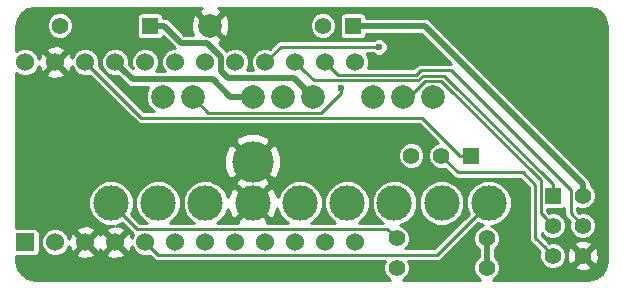
<source format=gbr>
G04 #@! TF.FileFunction,Copper,L1,Top,Signal*
%FSLAX46Y46*%
G04 Gerber Fmt 4.6, Leading zero omitted, Abs format (unit mm)*
G04 Created by KiCad (PCBNEW 4.0.1-stable) date 2017/09/04 6:08:59*
%MOMM*%
G01*
G04 APERTURE LIST*
%ADD10C,0.100000*%
%ADD11C,0.700000*%
%ADD12R,1.397000X1.397000*%
%ADD13C,1.397000*%
%ADD14R,1.524000X1.524000*%
%ADD15C,1.524000*%
%ADD16C,2.000000*%
%ADD17C,3.000000*%
%ADD18C,3.500000*%
%ADD19C,0.600000*%
%ADD20C,0.500000*%
%ADD21C,0.250000*%
%ADD22C,0.254000*%
G04 APERTURE END LIST*
D10*
D11*
X206300000Y-118100000D03*
X180700000Y-126300000D03*
X180700000Y-105300000D03*
X180700000Y-111300000D03*
X180700000Y-115900000D03*
X180700000Y-120900000D03*
X185300000Y-120900000D03*
X185300000Y-111300000D03*
X185300000Y-115900000D03*
X190300000Y-115900000D03*
X214900000Y-104500000D03*
X228300000Y-117100000D03*
X228300000Y-111700000D03*
X193700000Y-114300000D03*
X228300000Y-104700000D03*
X218300000Y-124900000D03*
X213900000Y-122700000D03*
X210500000Y-126300000D03*
X211300000Y-118100000D03*
D12*
X218500000Y-116500000D03*
D13*
X215960000Y-116500000D03*
X213420000Y-116500000D03*
D12*
X225420000Y-119880000D03*
D13*
X227960000Y-119880000D03*
X225420000Y-122420000D03*
X227960000Y-122420000D03*
X225420000Y-124960000D03*
X227960000Y-124960000D03*
D12*
X208500000Y-105500000D03*
D13*
X205960000Y-105500000D03*
D14*
X180770000Y-123820000D03*
D15*
X183310000Y-123820000D03*
X185850000Y-123820000D03*
X188390000Y-123820000D03*
X190930000Y-123820000D03*
X193470000Y-123820000D03*
X196010000Y-123820000D03*
X198550000Y-123820000D03*
X201090000Y-123820000D03*
X203630000Y-123820000D03*
X206170000Y-123820000D03*
X208710000Y-123820000D03*
X208710000Y-108580000D03*
X206170000Y-108580000D03*
X203630000Y-108580000D03*
X201090000Y-108580000D03*
X198550000Y-108580000D03*
X196010000Y-108580000D03*
X193470000Y-108580000D03*
X190930000Y-108580000D03*
X188390000Y-108580000D03*
X185850000Y-108580000D03*
X183310000Y-108580000D03*
X180770000Y-108580000D03*
D16*
X215240000Y-111500000D03*
X212700000Y-111500000D03*
X210160000Y-111500000D03*
X205080000Y-111500000D03*
X202540000Y-111500000D03*
X200000000Y-111500000D03*
X194920000Y-111500000D03*
X192380000Y-111500000D03*
D17*
X200000000Y-120500000D03*
D18*
X200000000Y-117000000D03*
D17*
X204000000Y-120500000D03*
X208000000Y-120500000D03*
X212000000Y-120500000D03*
X216000000Y-120500000D03*
X220000000Y-120500000D03*
X196000000Y-120500000D03*
X192000000Y-120500000D03*
X188000000Y-120500000D03*
D16*
X196400000Y-105500000D03*
D13*
X212190000Y-123500000D03*
X219810000Y-123500000D03*
X212190000Y-126000000D03*
X219810000Y-126000000D03*
D12*
X191310000Y-105500000D03*
D13*
X183690000Y-105500000D03*
D11*
X190300000Y-111300000D03*
D19*
X210700000Y-107300000D03*
X207500000Y-110750000D03*
D20*
X200000000Y-111500000D02*
X198100000Y-111500000D01*
X198100000Y-111500000D02*
X196649999Y-110049999D01*
X196649999Y-110049999D02*
X189859999Y-110049999D01*
X189859999Y-110049999D02*
X189151999Y-109341999D01*
X189151999Y-109341999D02*
X188390000Y-108580000D01*
X227960000Y-119880000D02*
X227960000Y-118892172D01*
X227960000Y-118892172D02*
X214567828Y-105500000D01*
X214567828Y-105500000D02*
X209698500Y-105500000D01*
X209698500Y-105500000D02*
X208500000Y-105500000D01*
X219810000Y-123500000D02*
X219810000Y-126000000D01*
X200270000Y-117270000D02*
X200000000Y-117000000D01*
X205080000Y-111500000D02*
X204080001Y-110500001D01*
X204080001Y-110500001D02*
X204080001Y-110480001D01*
X204080001Y-110480001D02*
X203500000Y-109900000D01*
X203500000Y-109900000D02*
X197900000Y-109900000D01*
X197337999Y-108137999D02*
X196150001Y-106950001D01*
X197900000Y-109900000D02*
X197337999Y-109337999D01*
X197337999Y-109337999D02*
X197337999Y-108137999D01*
X196150001Y-106950001D02*
X193958501Y-106950001D01*
X193958501Y-106950001D02*
X192508500Y-105500000D01*
X192508500Y-105500000D02*
X191310000Y-105500000D01*
D21*
X218500000Y-116500000D02*
X217551500Y-116500000D01*
X217551500Y-116500000D02*
X214351500Y-113300000D01*
X186611999Y-109341999D02*
X185850000Y-108580000D01*
X214351500Y-113300000D02*
X190570000Y-113300000D01*
X190570000Y-113300000D02*
X186611999Y-109341999D01*
X190930000Y-123820000D02*
X192017001Y-124907001D01*
X192017001Y-124907001D02*
X215592999Y-124907001D01*
X215592999Y-124907001D02*
X218500001Y-121999999D01*
X218500001Y-121999999D02*
X220000000Y-120500000D01*
X210275736Y-107300000D02*
X210700000Y-107300000D01*
X202370000Y-107300000D02*
X210275736Y-107300000D01*
X201090000Y-108580000D02*
X202370000Y-107300000D01*
X224396499Y-121396499D02*
X224721501Y-121721501D01*
X215974999Y-110174999D02*
X224396499Y-118596499D01*
X224721501Y-121721501D02*
X225420000Y-122420000D01*
X214603999Y-110174999D02*
X215974999Y-110174999D01*
X213278998Y-111500000D02*
X214603999Y-110174999D01*
X212700000Y-111500000D02*
X213278998Y-111500000D01*
X224396499Y-118596499D02*
X224396499Y-121396499D01*
X207500000Y-111174264D02*
X207500000Y-110750000D01*
X205824275Y-112849989D02*
X207500000Y-111174264D01*
X196269989Y-112849989D02*
X205824275Y-112849989D01*
X194920000Y-111500000D02*
X196269989Y-112849989D01*
X227960000Y-122420000D02*
X226936499Y-121396499D01*
X226936499Y-121396499D02*
X226936499Y-119414497D01*
X226936499Y-119414497D02*
X216796979Y-109274977D01*
X216796979Y-109274977D02*
X214231199Y-109274977D01*
X214231199Y-109274977D02*
X213839175Y-109667001D01*
X213839175Y-109667001D02*
X207257001Y-109667001D01*
X207257001Y-109667001D02*
X206170000Y-108580000D01*
X193150000Y-120500000D02*
X192000000Y-120500000D01*
X225420000Y-119880000D02*
X225420000Y-118931500D01*
X225420000Y-118931500D02*
X216213488Y-109724988D01*
X216213488Y-109724988D02*
X214417599Y-109724988D01*
X214417599Y-109724988D02*
X214025576Y-110117012D01*
X214025576Y-110117012D02*
X205167012Y-110117012D01*
X205167012Y-110117012D02*
X204391999Y-109341999D01*
X204391999Y-109341999D02*
X203630000Y-108580000D01*
X212190000Y-123500000D02*
X211422999Y-122732999D01*
X211422999Y-122732999D02*
X190232999Y-122732999D01*
X190232999Y-122732999D02*
X189499999Y-121999999D01*
X189499999Y-121999999D02*
X188000000Y-120500000D01*
X212190000Y-123500000D02*
X211902397Y-123500000D01*
X217360000Y-117900000D02*
X222900000Y-117900000D01*
X224721501Y-124261501D02*
X225420000Y-124960000D01*
X222900000Y-117900000D02*
X223946488Y-118946488D01*
X223946488Y-118946488D02*
X223946488Y-123486488D01*
X215960000Y-116500000D02*
X217360000Y-117900000D01*
X223946488Y-123486488D02*
X224721501Y-124261501D01*
D22*
G36*
X195525736Y-104080613D02*
X195427073Y-104347468D01*
X196400000Y-105320395D01*
X197372927Y-104347468D01*
X197274264Y-104080613D01*
X197062662Y-104002000D01*
X228450559Y-104002000D01*
X229069496Y-104125115D01*
X229552292Y-104447708D01*
X229874886Y-104930504D01*
X229998000Y-105549441D01*
X229998000Y-125450559D01*
X229874886Y-126069496D01*
X229552292Y-126552292D01*
X229069496Y-126874885D01*
X228450559Y-126998000D01*
X220341940Y-126998000D01*
X220446712Y-126954709D01*
X220763596Y-126638377D01*
X220935304Y-126224858D01*
X220935695Y-125777106D01*
X220764709Y-125363288D01*
X220487000Y-125085094D01*
X220487000Y-124414491D01*
X220763596Y-124138377D01*
X220935304Y-123724858D01*
X220935695Y-123277106D01*
X220764709Y-122863288D01*
X220448377Y-122546404D01*
X220161161Y-122427142D01*
X220381622Y-122427334D01*
X221090132Y-122134584D01*
X221632678Y-121592983D01*
X221926665Y-120884986D01*
X221927334Y-120118378D01*
X221634584Y-119409868D01*
X221092983Y-118867322D01*
X220384986Y-118573335D01*
X219618378Y-118572666D01*
X218909868Y-118865416D01*
X218367322Y-119407017D01*
X218073335Y-120115014D01*
X218072666Y-120881622D01*
X218296357Y-121422997D01*
X215364353Y-124355001D01*
X212926594Y-124355001D01*
X213143596Y-124138377D01*
X213315304Y-123724858D01*
X213315695Y-123277106D01*
X213144709Y-122863288D01*
X212828377Y-122546404D01*
X212461821Y-122394197D01*
X213090132Y-122134584D01*
X213632678Y-121592983D01*
X213926665Y-120884986D01*
X213926667Y-120881622D01*
X214072666Y-120881622D01*
X214365416Y-121590132D01*
X214907017Y-122132678D01*
X215615014Y-122426665D01*
X216381622Y-122427334D01*
X217090132Y-122134584D01*
X217632678Y-121592983D01*
X217926665Y-120884986D01*
X217927334Y-120118378D01*
X217634584Y-119409868D01*
X217092983Y-118867322D01*
X216384986Y-118573335D01*
X215618378Y-118572666D01*
X214909868Y-118865416D01*
X214367322Y-119407017D01*
X214073335Y-120115014D01*
X214072666Y-120881622D01*
X213926667Y-120881622D01*
X213927334Y-120118378D01*
X213634584Y-119409868D01*
X213092983Y-118867322D01*
X212384986Y-118573335D01*
X211618378Y-118572666D01*
X210909868Y-118865416D01*
X210367322Y-119407017D01*
X210073335Y-120115014D01*
X210072666Y-120881622D01*
X210365416Y-121590132D01*
X210907017Y-122132678D01*
X211023387Y-122180999D01*
X208977799Y-122180999D01*
X209090132Y-122134584D01*
X209632678Y-121592983D01*
X209926665Y-120884986D01*
X209927334Y-120118378D01*
X209634584Y-119409868D01*
X209092983Y-118867322D01*
X208384986Y-118573335D01*
X207618378Y-118572666D01*
X206909868Y-118865416D01*
X206367322Y-119407017D01*
X206073335Y-120115014D01*
X206072666Y-120881622D01*
X206365416Y-121590132D01*
X206907017Y-122132678D01*
X207023387Y-122180999D01*
X204977799Y-122180999D01*
X205090132Y-122134584D01*
X205632678Y-121592983D01*
X205926665Y-120884986D01*
X205927334Y-120118378D01*
X205634584Y-119409868D01*
X205092983Y-118867322D01*
X204384986Y-118573335D01*
X203618378Y-118572666D01*
X202909868Y-118865416D01*
X202367322Y-119407017D01*
X202116621Y-120010770D01*
X201832739Y-119325418D01*
X201513970Y-119165635D01*
X200179605Y-120500000D01*
X201513970Y-121834365D01*
X201832739Y-121674582D01*
X202109057Y-120969695D01*
X202365416Y-121590132D01*
X202907017Y-122132678D01*
X203023387Y-122180999D01*
X201250642Y-122180999D01*
X201334365Y-122013970D01*
X200000000Y-120679605D01*
X198665635Y-122013970D01*
X198749358Y-122180999D01*
X196977799Y-122180999D01*
X197090132Y-122134584D01*
X197632678Y-121592983D01*
X197883379Y-120989230D01*
X198167261Y-121674582D01*
X198486030Y-121834365D01*
X199820395Y-120500000D01*
X198486030Y-119165635D01*
X198167261Y-119325418D01*
X197890943Y-120030305D01*
X197634584Y-119409868D01*
X197092983Y-118867322D01*
X196676851Y-118694528D01*
X198485077Y-118694528D01*
X198675364Y-119039271D01*
X198747774Y-119068169D01*
X200000000Y-120320395D01*
X201250356Y-119070039D01*
X201324636Y-119039271D01*
X201514923Y-118694528D01*
X200000000Y-117179605D01*
X198485077Y-118694528D01*
X196676851Y-118694528D01*
X196384986Y-118573335D01*
X195618378Y-118572666D01*
X194909868Y-118865416D01*
X194367322Y-119407017D01*
X194073335Y-120115014D01*
X194072666Y-120881622D01*
X194365416Y-121590132D01*
X194907017Y-122132678D01*
X195023387Y-122180999D01*
X192977799Y-122180999D01*
X193090132Y-122134584D01*
X193632678Y-121592983D01*
X193926665Y-120884986D01*
X193927334Y-120118378D01*
X193634584Y-119409868D01*
X193092983Y-118867322D01*
X192384986Y-118573335D01*
X191618378Y-118572666D01*
X190909868Y-118865416D01*
X190367322Y-119407017D01*
X190073335Y-120115014D01*
X190072666Y-120881622D01*
X190365416Y-121590132D01*
X190907017Y-122132678D01*
X191023387Y-122180999D01*
X190461645Y-122180999D01*
X189703374Y-121422728D01*
X189926665Y-120884986D01*
X189927334Y-120118378D01*
X189634584Y-119409868D01*
X189092983Y-118867322D01*
X188384986Y-118573335D01*
X187618378Y-118572666D01*
X186909868Y-118865416D01*
X186367322Y-119407017D01*
X186073335Y-120115014D01*
X186072666Y-120881622D01*
X186365416Y-121590132D01*
X186907017Y-122132678D01*
X187615014Y-122426665D01*
X188270417Y-122427237D01*
X188042632Y-122438638D01*
X187658857Y-122597603D01*
X187589392Y-122839787D01*
X188390000Y-123640395D01*
X189190608Y-122839787D01*
X189121143Y-122597603D01*
X188597698Y-122410856D01*
X188397217Y-122420890D01*
X188922997Y-122203643D01*
X189842676Y-123123322D01*
X189912487Y-123169968D01*
X189773024Y-123505833D01*
X189771362Y-123472632D01*
X189612397Y-123088857D01*
X189370213Y-123019392D01*
X188569605Y-123820000D01*
X189370213Y-124620608D01*
X189612397Y-124551143D01*
X189766790Y-124118385D01*
X189921427Y-124492635D01*
X190255606Y-124827397D01*
X190692456Y-125008793D01*
X191165469Y-125009206D01*
X191287951Y-124958597D01*
X191626678Y-125297324D01*
X191805760Y-125416983D01*
X192017001Y-125459001D01*
X211195969Y-125459001D01*
X211064696Y-125775142D01*
X211064305Y-126222894D01*
X211235291Y-126636712D01*
X211551623Y-126953596D01*
X211658560Y-126998000D01*
X181549441Y-126998000D01*
X180930504Y-126874886D01*
X180447708Y-126552292D01*
X180125115Y-126069496D01*
X180002000Y-125450559D01*
X180002000Y-125016150D01*
X180008000Y-125017365D01*
X181532000Y-125017365D01*
X181690237Y-124987591D01*
X181835567Y-124894073D01*
X181933064Y-124751381D01*
X181967365Y-124582000D01*
X181967365Y-124055469D01*
X182120794Y-124055469D01*
X182301427Y-124492635D01*
X182635606Y-124827397D01*
X183072456Y-125008793D01*
X183545469Y-125009206D01*
X183982635Y-124828573D01*
X184011044Y-124800213D01*
X185049392Y-124800213D01*
X185118857Y-125042397D01*
X185642302Y-125229144D01*
X186197368Y-125201362D01*
X186581143Y-125042397D01*
X186650608Y-124800213D01*
X187589392Y-124800213D01*
X187658857Y-125042397D01*
X188182302Y-125229144D01*
X188737368Y-125201362D01*
X189121143Y-125042397D01*
X189190608Y-124800213D01*
X188390000Y-123999605D01*
X187589392Y-124800213D01*
X186650608Y-124800213D01*
X185850000Y-123999605D01*
X185049392Y-124800213D01*
X184011044Y-124800213D01*
X184317397Y-124494394D01*
X184466976Y-124134167D01*
X184468638Y-124167368D01*
X184627603Y-124551143D01*
X184869787Y-124620608D01*
X185670395Y-123820000D01*
X186029605Y-123820000D01*
X186830213Y-124620608D01*
X187072397Y-124551143D01*
X187116453Y-124427656D01*
X187167603Y-124551143D01*
X187409787Y-124620608D01*
X188210395Y-123820000D01*
X187409787Y-123019392D01*
X187167603Y-123088857D01*
X187123547Y-123212344D01*
X187072397Y-123088857D01*
X186830213Y-123019392D01*
X186029605Y-123820000D01*
X185670395Y-123820000D01*
X184869787Y-123019392D01*
X184627603Y-123088857D01*
X184473210Y-123521615D01*
X184318573Y-123147365D01*
X184011531Y-122839787D01*
X185049392Y-122839787D01*
X185850000Y-123640395D01*
X186650608Y-122839787D01*
X186581143Y-122597603D01*
X186057698Y-122410856D01*
X185502632Y-122438638D01*
X185118857Y-122597603D01*
X185049392Y-122839787D01*
X184011531Y-122839787D01*
X183984394Y-122812603D01*
X183547544Y-122631207D01*
X183074531Y-122630794D01*
X182637365Y-122811427D01*
X182302603Y-123145606D01*
X182121207Y-123582456D01*
X182120794Y-124055469D01*
X181967365Y-124055469D01*
X181967365Y-123058000D01*
X181937591Y-122899763D01*
X181844073Y-122754433D01*
X181701381Y-122656936D01*
X181532000Y-122622635D01*
X180008000Y-122622635D01*
X180002000Y-122623764D01*
X180002000Y-116556591D01*
X197609044Y-116556591D01*
X197621359Y-117505323D01*
X197960729Y-118324636D01*
X198305472Y-118514923D01*
X199820395Y-117000000D01*
X200179605Y-117000000D01*
X201694528Y-118514923D01*
X202039271Y-118324636D01*
X202390956Y-117443409D01*
X202381604Y-116722894D01*
X212294305Y-116722894D01*
X212465291Y-117136712D01*
X212781623Y-117453596D01*
X213195142Y-117625304D01*
X213642894Y-117625695D01*
X214056712Y-117454709D01*
X214373596Y-117138377D01*
X214545304Y-116724858D01*
X214545695Y-116277106D01*
X214374709Y-115863288D01*
X214058377Y-115546404D01*
X213644858Y-115374696D01*
X213197106Y-115374305D01*
X212783288Y-115545291D01*
X212466404Y-115861623D01*
X212294696Y-116275142D01*
X212294305Y-116722894D01*
X202381604Y-116722894D01*
X202378641Y-116494677D01*
X202039271Y-115675364D01*
X201694528Y-115485077D01*
X200179605Y-117000000D01*
X199820395Y-117000000D01*
X198305472Y-115485077D01*
X197960729Y-115675364D01*
X197609044Y-116556591D01*
X180002000Y-116556591D01*
X180002000Y-115305472D01*
X198485077Y-115305472D01*
X200000000Y-116820395D01*
X201514923Y-115305472D01*
X201324636Y-114960729D01*
X200443409Y-114609044D01*
X199494677Y-114621359D01*
X198675364Y-114960729D01*
X198485077Y-115305472D01*
X180002000Y-115305472D01*
X180002000Y-109493628D01*
X180095606Y-109587397D01*
X180532456Y-109768793D01*
X181005469Y-109769206D01*
X181442635Y-109588573D01*
X181471044Y-109560213D01*
X182509392Y-109560213D01*
X182578857Y-109802397D01*
X183102302Y-109989144D01*
X183657368Y-109961362D01*
X184041143Y-109802397D01*
X184110608Y-109560213D01*
X183310000Y-108759605D01*
X182509392Y-109560213D01*
X181471044Y-109560213D01*
X181777397Y-109254394D01*
X181926976Y-108894167D01*
X181928638Y-108927368D01*
X182087603Y-109311143D01*
X182329787Y-109380608D01*
X183130395Y-108580000D01*
X183489605Y-108580000D01*
X184290213Y-109380608D01*
X184532397Y-109311143D01*
X184686790Y-108878385D01*
X184841427Y-109252635D01*
X185175606Y-109587397D01*
X185612456Y-109768793D01*
X186085469Y-109769206D01*
X186207951Y-109718597D01*
X190179677Y-113690323D01*
X190358758Y-113809982D01*
X190570000Y-113852000D01*
X214122854Y-113852000D01*
X215672043Y-115401189D01*
X215323288Y-115545291D01*
X215006404Y-115861623D01*
X214834696Y-116275142D01*
X214834305Y-116722894D01*
X215005291Y-117136712D01*
X215321623Y-117453596D01*
X215735142Y-117625304D01*
X216182894Y-117625695D01*
X216269333Y-117589979D01*
X216969677Y-118290323D01*
X217148758Y-118409982D01*
X217360000Y-118452000D01*
X222671354Y-118452000D01*
X223394488Y-119175134D01*
X223394488Y-123486488D01*
X223436506Y-123697730D01*
X223556165Y-123876811D01*
X224329846Y-124650492D01*
X224294696Y-124735142D01*
X224294305Y-125182894D01*
X224465291Y-125596712D01*
X224781623Y-125913596D01*
X225195142Y-126085304D01*
X225642894Y-126085695D01*
X226056712Y-125914709D01*
X226077268Y-125894188D01*
X227205417Y-125894188D01*
X227267071Y-126129800D01*
X227767480Y-126305927D01*
X228297199Y-126277148D01*
X228652929Y-126129800D01*
X228714583Y-125894188D01*
X227960000Y-125139605D01*
X227205417Y-125894188D01*
X226077268Y-125894188D01*
X226373596Y-125598377D01*
X226545304Y-125184858D01*
X226545668Y-124767480D01*
X226614073Y-124767480D01*
X226642852Y-125297199D01*
X226790200Y-125652929D01*
X227025812Y-125714583D01*
X227780395Y-124960000D01*
X228139605Y-124960000D01*
X228894188Y-125714583D01*
X229129800Y-125652929D01*
X229305927Y-125152520D01*
X229277148Y-124622801D01*
X229129800Y-124267071D01*
X228894188Y-124205417D01*
X228139605Y-124960000D01*
X227780395Y-124960000D01*
X227025812Y-124205417D01*
X226790200Y-124267071D01*
X226614073Y-124767480D01*
X226545668Y-124767480D01*
X226545695Y-124737106D01*
X226374709Y-124323288D01*
X226077752Y-124025812D01*
X227205417Y-124025812D01*
X227960000Y-124780395D01*
X228714583Y-124025812D01*
X228652929Y-123790200D01*
X228152520Y-123614073D01*
X227622801Y-123642852D01*
X227267071Y-123790200D01*
X227205417Y-124025812D01*
X226077752Y-124025812D01*
X226058377Y-124006404D01*
X225644858Y-123834696D01*
X225197106Y-123834305D01*
X225110667Y-123870021D01*
X224498488Y-123257842D01*
X224498488Y-123089967D01*
X224781623Y-123373596D01*
X225195142Y-123545304D01*
X225642894Y-123545695D01*
X226056712Y-123374709D01*
X226373596Y-123058377D01*
X226545304Y-122644858D01*
X226545695Y-122197106D01*
X226374709Y-121783288D01*
X226058377Y-121466404D01*
X225644858Y-121294696D01*
X225197106Y-121294305D01*
X225110667Y-121330021D01*
X224948499Y-121167853D01*
X224948499Y-121013865D01*
X226118500Y-121013865D01*
X226276737Y-120984091D01*
X226384499Y-120914748D01*
X226384499Y-121396499D01*
X226426517Y-121607741D01*
X226546176Y-121786822D01*
X226869846Y-122110492D01*
X226834696Y-122195142D01*
X226834305Y-122642894D01*
X227005291Y-123056712D01*
X227321623Y-123373596D01*
X227735142Y-123545304D01*
X228182894Y-123545695D01*
X228596712Y-123374709D01*
X228913596Y-123058377D01*
X229085304Y-122644858D01*
X229085695Y-122197106D01*
X228914709Y-121783288D01*
X228598377Y-121466404D01*
X228184858Y-121294696D01*
X227737106Y-121294305D01*
X227650667Y-121330021D01*
X227488499Y-121167853D01*
X227488499Y-120902889D01*
X227735142Y-121005304D01*
X228182894Y-121005695D01*
X228596712Y-120834709D01*
X228913596Y-120518377D01*
X229085304Y-120104858D01*
X229085695Y-119657106D01*
X228914709Y-119243288D01*
X228637000Y-118965094D01*
X228637000Y-118892172D01*
X228585466Y-118633095D01*
X228438711Y-118413461D01*
X215046539Y-105021289D01*
X215034925Y-105013529D01*
X214826905Y-104874534D01*
X214567828Y-104823000D01*
X209633865Y-104823000D01*
X209633865Y-104801500D01*
X209604091Y-104643263D01*
X209510573Y-104497933D01*
X209367881Y-104400436D01*
X209198500Y-104366135D01*
X207801500Y-104366135D01*
X207643263Y-104395909D01*
X207497933Y-104489427D01*
X207400436Y-104632119D01*
X207366135Y-104801500D01*
X207366135Y-106198500D01*
X207395909Y-106356737D01*
X207489427Y-106502067D01*
X207632119Y-106599564D01*
X207801500Y-106633865D01*
X209198500Y-106633865D01*
X209356737Y-106604091D01*
X209502067Y-106510573D01*
X209599564Y-106367881D01*
X209633865Y-106198500D01*
X209633865Y-106177000D01*
X214287406Y-106177000D01*
X216842422Y-108732016D01*
X216796979Y-108722977D01*
X214231199Y-108722977D01*
X214019957Y-108764995D01*
X213840876Y-108884654D01*
X213610529Y-109115001D01*
X209775278Y-109115001D01*
X209898793Y-108817544D01*
X209899206Y-108344531D01*
X209718573Y-107907365D01*
X209663304Y-107852000D01*
X210223800Y-107852000D01*
X210287650Y-107915961D01*
X210554756Y-108026874D01*
X210843975Y-108027126D01*
X211111275Y-107916680D01*
X211315961Y-107712350D01*
X211426874Y-107445244D01*
X211427126Y-107156025D01*
X211316680Y-106888725D01*
X211112350Y-106684039D01*
X210845244Y-106573126D01*
X210556025Y-106572874D01*
X210288725Y-106683320D01*
X210223932Y-106748000D01*
X202370000Y-106748000D01*
X202158759Y-106790018D01*
X202158757Y-106790019D01*
X202158758Y-106790019D01*
X201979677Y-106909677D01*
X201448091Y-107441263D01*
X201327544Y-107391207D01*
X200854531Y-107390794D01*
X200417365Y-107571427D01*
X200082603Y-107905606D01*
X199901207Y-108342456D01*
X199900794Y-108815469D01*
X200069182Y-109223000D01*
X199570433Y-109223000D01*
X199738793Y-108817544D01*
X199739206Y-108344531D01*
X199558573Y-107907365D01*
X199224394Y-107572603D01*
X198787544Y-107391207D01*
X198314531Y-107390794D01*
X197877365Y-107571427D01*
X197803042Y-107645620D01*
X197134642Y-106977220D01*
X197274264Y-106919387D01*
X197372927Y-106652532D01*
X196400000Y-105679605D01*
X196385858Y-105693748D01*
X196206253Y-105514143D01*
X196220395Y-105500000D01*
X196579605Y-105500000D01*
X197552532Y-106472927D01*
X197819387Y-106374264D01*
X198045908Y-105764539D01*
X198044368Y-105722894D01*
X204834305Y-105722894D01*
X205005291Y-106136712D01*
X205321623Y-106453596D01*
X205735142Y-106625304D01*
X206182894Y-106625695D01*
X206596712Y-106454709D01*
X206913596Y-106138377D01*
X207085304Y-105724858D01*
X207085695Y-105277106D01*
X206914709Y-104863288D01*
X206598377Y-104546404D01*
X206184858Y-104374696D01*
X205737106Y-104374305D01*
X205323288Y-104545291D01*
X205006404Y-104861623D01*
X204834696Y-105275142D01*
X204834305Y-105722894D01*
X198044368Y-105722894D01*
X198021856Y-105114540D01*
X197819387Y-104625736D01*
X197552532Y-104527073D01*
X196579605Y-105500000D01*
X196220395Y-105500000D01*
X195247468Y-104527073D01*
X194980613Y-104625736D01*
X194754092Y-105235461D01*
X194778144Y-105885460D01*
X194938669Y-106273001D01*
X194238923Y-106273001D01*
X192987211Y-105021289D01*
X192975597Y-105013529D01*
X192767577Y-104874534D01*
X192508500Y-104823000D01*
X192443865Y-104823000D01*
X192443865Y-104801500D01*
X192414091Y-104643263D01*
X192320573Y-104497933D01*
X192177881Y-104400436D01*
X192008500Y-104366135D01*
X190611500Y-104366135D01*
X190453263Y-104395909D01*
X190307933Y-104489427D01*
X190210436Y-104632119D01*
X190176135Y-104801500D01*
X190176135Y-106198500D01*
X190205909Y-106356737D01*
X190299427Y-106502067D01*
X190442119Y-106599564D01*
X190611500Y-106633865D01*
X192008500Y-106633865D01*
X192166737Y-106604091D01*
X192312067Y-106510573D01*
X192409564Y-106367881D01*
X192411146Y-106360068D01*
X193442053Y-107390975D01*
X193234531Y-107390794D01*
X192797365Y-107571427D01*
X192462603Y-107905606D01*
X192281207Y-108342456D01*
X192280794Y-108815469D01*
X192461427Y-109252635D01*
X192581581Y-109372999D01*
X191818585Y-109372999D01*
X191937397Y-109254394D01*
X192118793Y-108817544D01*
X192119206Y-108344531D01*
X191938573Y-107907365D01*
X191604394Y-107572603D01*
X191167544Y-107391207D01*
X190694531Y-107390794D01*
X190257365Y-107571427D01*
X189922603Y-107905606D01*
X189741207Y-108342456D01*
X189740794Y-108815469D01*
X189851978Y-109084556D01*
X189630712Y-108863290D01*
X189630710Y-108863287D01*
X189578798Y-108811375D01*
X189579206Y-108344531D01*
X189398573Y-107907365D01*
X189064394Y-107572603D01*
X188627544Y-107391207D01*
X188154531Y-107390794D01*
X187717365Y-107571427D01*
X187382603Y-107905606D01*
X187201207Y-108342456D01*
X187200794Y-108815469D01*
X187381427Y-109252635D01*
X187715606Y-109587397D01*
X188152456Y-109768793D01*
X188621780Y-109769203D01*
X188673287Y-109820710D01*
X188673290Y-109820712D01*
X189381288Y-110528710D01*
X189600922Y-110675465D01*
X189859999Y-110726999D01*
X191155845Y-110726999D01*
X190953248Y-111214907D01*
X190952752Y-111782603D01*
X191169543Y-112307275D01*
X191570614Y-112709047D01*
X191664423Y-112748000D01*
X190798646Y-112748000D01*
X186988737Y-108938091D01*
X187038793Y-108817544D01*
X187039206Y-108344531D01*
X186858573Y-107907365D01*
X186524394Y-107572603D01*
X186087544Y-107391207D01*
X185614531Y-107390794D01*
X185177365Y-107571427D01*
X184842603Y-107905606D01*
X184693024Y-108265833D01*
X184691362Y-108232632D01*
X184532397Y-107848857D01*
X184290213Y-107779392D01*
X183489605Y-108580000D01*
X183130395Y-108580000D01*
X182329787Y-107779392D01*
X182087603Y-107848857D01*
X181933210Y-108281615D01*
X181778573Y-107907365D01*
X181471531Y-107599787D01*
X182509392Y-107599787D01*
X183310000Y-108400395D01*
X184110608Y-107599787D01*
X184041143Y-107357603D01*
X183517698Y-107170856D01*
X182962632Y-107198638D01*
X182578857Y-107357603D01*
X182509392Y-107599787D01*
X181471531Y-107599787D01*
X181444394Y-107572603D01*
X181007544Y-107391207D01*
X180534531Y-107390794D01*
X180097365Y-107571427D01*
X180002000Y-107666626D01*
X180002000Y-105722894D01*
X182564305Y-105722894D01*
X182735291Y-106136712D01*
X183051623Y-106453596D01*
X183465142Y-106625304D01*
X183912894Y-106625695D01*
X184326712Y-106454709D01*
X184643596Y-106138377D01*
X184815304Y-105724858D01*
X184815695Y-105277106D01*
X184644709Y-104863288D01*
X184328377Y-104546404D01*
X183914858Y-104374696D01*
X183467106Y-104374305D01*
X183053288Y-104545291D01*
X182736404Y-104861623D01*
X182564696Y-105275142D01*
X182564305Y-105722894D01*
X180002000Y-105722894D01*
X180002000Y-105549441D01*
X180125115Y-104930504D01*
X180447708Y-104447708D01*
X180930504Y-104125114D01*
X181549441Y-104002000D01*
X195715525Y-104002000D01*
X195525736Y-104080613D01*
X195525736Y-104080613D01*
G37*
X195525736Y-104080613D02*
X195427073Y-104347468D01*
X196400000Y-105320395D01*
X197372927Y-104347468D01*
X197274264Y-104080613D01*
X197062662Y-104002000D01*
X228450559Y-104002000D01*
X229069496Y-104125115D01*
X229552292Y-104447708D01*
X229874886Y-104930504D01*
X229998000Y-105549441D01*
X229998000Y-125450559D01*
X229874886Y-126069496D01*
X229552292Y-126552292D01*
X229069496Y-126874885D01*
X228450559Y-126998000D01*
X220341940Y-126998000D01*
X220446712Y-126954709D01*
X220763596Y-126638377D01*
X220935304Y-126224858D01*
X220935695Y-125777106D01*
X220764709Y-125363288D01*
X220487000Y-125085094D01*
X220487000Y-124414491D01*
X220763596Y-124138377D01*
X220935304Y-123724858D01*
X220935695Y-123277106D01*
X220764709Y-122863288D01*
X220448377Y-122546404D01*
X220161161Y-122427142D01*
X220381622Y-122427334D01*
X221090132Y-122134584D01*
X221632678Y-121592983D01*
X221926665Y-120884986D01*
X221927334Y-120118378D01*
X221634584Y-119409868D01*
X221092983Y-118867322D01*
X220384986Y-118573335D01*
X219618378Y-118572666D01*
X218909868Y-118865416D01*
X218367322Y-119407017D01*
X218073335Y-120115014D01*
X218072666Y-120881622D01*
X218296357Y-121422997D01*
X215364353Y-124355001D01*
X212926594Y-124355001D01*
X213143596Y-124138377D01*
X213315304Y-123724858D01*
X213315695Y-123277106D01*
X213144709Y-122863288D01*
X212828377Y-122546404D01*
X212461821Y-122394197D01*
X213090132Y-122134584D01*
X213632678Y-121592983D01*
X213926665Y-120884986D01*
X213926667Y-120881622D01*
X214072666Y-120881622D01*
X214365416Y-121590132D01*
X214907017Y-122132678D01*
X215615014Y-122426665D01*
X216381622Y-122427334D01*
X217090132Y-122134584D01*
X217632678Y-121592983D01*
X217926665Y-120884986D01*
X217927334Y-120118378D01*
X217634584Y-119409868D01*
X217092983Y-118867322D01*
X216384986Y-118573335D01*
X215618378Y-118572666D01*
X214909868Y-118865416D01*
X214367322Y-119407017D01*
X214073335Y-120115014D01*
X214072666Y-120881622D01*
X213926667Y-120881622D01*
X213927334Y-120118378D01*
X213634584Y-119409868D01*
X213092983Y-118867322D01*
X212384986Y-118573335D01*
X211618378Y-118572666D01*
X210909868Y-118865416D01*
X210367322Y-119407017D01*
X210073335Y-120115014D01*
X210072666Y-120881622D01*
X210365416Y-121590132D01*
X210907017Y-122132678D01*
X211023387Y-122180999D01*
X208977799Y-122180999D01*
X209090132Y-122134584D01*
X209632678Y-121592983D01*
X209926665Y-120884986D01*
X209927334Y-120118378D01*
X209634584Y-119409868D01*
X209092983Y-118867322D01*
X208384986Y-118573335D01*
X207618378Y-118572666D01*
X206909868Y-118865416D01*
X206367322Y-119407017D01*
X206073335Y-120115014D01*
X206072666Y-120881622D01*
X206365416Y-121590132D01*
X206907017Y-122132678D01*
X207023387Y-122180999D01*
X204977799Y-122180999D01*
X205090132Y-122134584D01*
X205632678Y-121592983D01*
X205926665Y-120884986D01*
X205927334Y-120118378D01*
X205634584Y-119409868D01*
X205092983Y-118867322D01*
X204384986Y-118573335D01*
X203618378Y-118572666D01*
X202909868Y-118865416D01*
X202367322Y-119407017D01*
X202116621Y-120010770D01*
X201832739Y-119325418D01*
X201513970Y-119165635D01*
X200179605Y-120500000D01*
X201513970Y-121834365D01*
X201832739Y-121674582D01*
X202109057Y-120969695D01*
X202365416Y-121590132D01*
X202907017Y-122132678D01*
X203023387Y-122180999D01*
X201250642Y-122180999D01*
X201334365Y-122013970D01*
X200000000Y-120679605D01*
X198665635Y-122013970D01*
X198749358Y-122180999D01*
X196977799Y-122180999D01*
X197090132Y-122134584D01*
X197632678Y-121592983D01*
X197883379Y-120989230D01*
X198167261Y-121674582D01*
X198486030Y-121834365D01*
X199820395Y-120500000D01*
X198486030Y-119165635D01*
X198167261Y-119325418D01*
X197890943Y-120030305D01*
X197634584Y-119409868D01*
X197092983Y-118867322D01*
X196676851Y-118694528D01*
X198485077Y-118694528D01*
X198675364Y-119039271D01*
X198747774Y-119068169D01*
X200000000Y-120320395D01*
X201250356Y-119070039D01*
X201324636Y-119039271D01*
X201514923Y-118694528D01*
X200000000Y-117179605D01*
X198485077Y-118694528D01*
X196676851Y-118694528D01*
X196384986Y-118573335D01*
X195618378Y-118572666D01*
X194909868Y-118865416D01*
X194367322Y-119407017D01*
X194073335Y-120115014D01*
X194072666Y-120881622D01*
X194365416Y-121590132D01*
X194907017Y-122132678D01*
X195023387Y-122180999D01*
X192977799Y-122180999D01*
X193090132Y-122134584D01*
X193632678Y-121592983D01*
X193926665Y-120884986D01*
X193927334Y-120118378D01*
X193634584Y-119409868D01*
X193092983Y-118867322D01*
X192384986Y-118573335D01*
X191618378Y-118572666D01*
X190909868Y-118865416D01*
X190367322Y-119407017D01*
X190073335Y-120115014D01*
X190072666Y-120881622D01*
X190365416Y-121590132D01*
X190907017Y-122132678D01*
X191023387Y-122180999D01*
X190461645Y-122180999D01*
X189703374Y-121422728D01*
X189926665Y-120884986D01*
X189927334Y-120118378D01*
X189634584Y-119409868D01*
X189092983Y-118867322D01*
X188384986Y-118573335D01*
X187618378Y-118572666D01*
X186909868Y-118865416D01*
X186367322Y-119407017D01*
X186073335Y-120115014D01*
X186072666Y-120881622D01*
X186365416Y-121590132D01*
X186907017Y-122132678D01*
X187615014Y-122426665D01*
X188270417Y-122427237D01*
X188042632Y-122438638D01*
X187658857Y-122597603D01*
X187589392Y-122839787D01*
X188390000Y-123640395D01*
X189190608Y-122839787D01*
X189121143Y-122597603D01*
X188597698Y-122410856D01*
X188397217Y-122420890D01*
X188922997Y-122203643D01*
X189842676Y-123123322D01*
X189912487Y-123169968D01*
X189773024Y-123505833D01*
X189771362Y-123472632D01*
X189612397Y-123088857D01*
X189370213Y-123019392D01*
X188569605Y-123820000D01*
X189370213Y-124620608D01*
X189612397Y-124551143D01*
X189766790Y-124118385D01*
X189921427Y-124492635D01*
X190255606Y-124827397D01*
X190692456Y-125008793D01*
X191165469Y-125009206D01*
X191287951Y-124958597D01*
X191626678Y-125297324D01*
X191805760Y-125416983D01*
X192017001Y-125459001D01*
X211195969Y-125459001D01*
X211064696Y-125775142D01*
X211064305Y-126222894D01*
X211235291Y-126636712D01*
X211551623Y-126953596D01*
X211658560Y-126998000D01*
X181549441Y-126998000D01*
X180930504Y-126874886D01*
X180447708Y-126552292D01*
X180125115Y-126069496D01*
X180002000Y-125450559D01*
X180002000Y-125016150D01*
X180008000Y-125017365D01*
X181532000Y-125017365D01*
X181690237Y-124987591D01*
X181835567Y-124894073D01*
X181933064Y-124751381D01*
X181967365Y-124582000D01*
X181967365Y-124055469D01*
X182120794Y-124055469D01*
X182301427Y-124492635D01*
X182635606Y-124827397D01*
X183072456Y-125008793D01*
X183545469Y-125009206D01*
X183982635Y-124828573D01*
X184011044Y-124800213D01*
X185049392Y-124800213D01*
X185118857Y-125042397D01*
X185642302Y-125229144D01*
X186197368Y-125201362D01*
X186581143Y-125042397D01*
X186650608Y-124800213D01*
X187589392Y-124800213D01*
X187658857Y-125042397D01*
X188182302Y-125229144D01*
X188737368Y-125201362D01*
X189121143Y-125042397D01*
X189190608Y-124800213D01*
X188390000Y-123999605D01*
X187589392Y-124800213D01*
X186650608Y-124800213D01*
X185850000Y-123999605D01*
X185049392Y-124800213D01*
X184011044Y-124800213D01*
X184317397Y-124494394D01*
X184466976Y-124134167D01*
X184468638Y-124167368D01*
X184627603Y-124551143D01*
X184869787Y-124620608D01*
X185670395Y-123820000D01*
X186029605Y-123820000D01*
X186830213Y-124620608D01*
X187072397Y-124551143D01*
X187116453Y-124427656D01*
X187167603Y-124551143D01*
X187409787Y-124620608D01*
X188210395Y-123820000D01*
X187409787Y-123019392D01*
X187167603Y-123088857D01*
X187123547Y-123212344D01*
X187072397Y-123088857D01*
X186830213Y-123019392D01*
X186029605Y-123820000D01*
X185670395Y-123820000D01*
X184869787Y-123019392D01*
X184627603Y-123088857D01*
X184473210Y-123521615D01*
X184318573Y-123147365D01*
X184011531Y-122839787D01*
X185049392Y-122839787D01*
X185850000Y-123640395D01*
X186650608Y-122839787D01*
X186581143Y-122597603D01*
X186057698Y-122410856D01*
X185502632Y-122438638D01*
X185118857Y-122597603D01*
X185049392Y-122839787D01*
X184011531Y-122839787D01*
X183984394Y-122812603D01*
X183547544Y-122631207D01*
X183074531Y-122630794D01*
X182637365Y-122811427D01*
X182302603Y-123145606D01*
X182121207Y-123582456D01*
X182120794Y-124055469D01*
X181967365Y-124055469D01*
X181967365Y-123058000D01*
X181937591Y-122899763D01*
X181844073Y-122754433D01*
X181701381Y-122656936D01*
X181532000Y-122622635D01*
X180008000Y-122622635D01*
X180002000Y-122623764D01*
X180002000Y-116556591D01*
X197609044Y-116556591D01*
X197621359Y-117505323D01*
X197960729Y-118324636D01*
X198305472Y-118514923D01*
X199820395Y-117000000D01*
X200179605Y-117000000D01*
X201694528Y-118514923D01*
X202039271Y-118324636D01*
X202390956Y-117443409D01*
X202381604Y-116722894D01*
X212294305Y-116722894D01*
X212465291Y-117136712D01*
X212781623Y-117453596D01*
X213195142Y-117625304D01*
X213642894Y-117625695D01*
X214056712Y-117454709D01*
X214373596Y-117138377D01*
X214545304Y-116724858D01*
X214545695Y-116277106D01*
X214374709Y-115863288D01*
X214058377Y-115546404D01*
X213644858Y-115374696D01*
X213197106Y-115374305D01*
X212783288Y-115545291D01*
X212466404Y-115861623D01*
X212294696Y-116275142D01*
X212294305Y-116722894D01*
X202381604Y-116722894D01*
X202378641Y-116494677D01*
X202039271Y-115675364D01*
X201694528Y-115485077D01*
X200179605Y-117000000D01*
X199820395Y-117000000D01*
X198305472Y-115485077D01*
X197960729Y-115675364D01*
X197609044Y-116556591D01*
X180002000Y-116556591D01*
X180002000Y-115305472D01*
X198485077Y-115305472D01*
X200000000Y-116820395D01*
X201514923Y-115305472D01*
X201324636Y-114960729D01*
X200443409Y-114609044D01*
X199494677Y-114621359D01*
X198675364Y-114960729D01*
X198485077Y-115305472D01*
X180002000Y-115305472D01*
X180002000Y-109493628D01*
X180095606Y-109587397D01*
X180532456Y-109768793D01*
X181005469Y-109769206D01*
X181442635Y-109588573D01*
X181471044Y-109560213D01*
X182509392Y-109560213D01*
X182578857Y-109802397D01*
X183102302Y-109989144D01*
X183657368Y-109961362D01*
X184041143Y-109802397D01*
X184110608Y-109560213D01*
X183310000Y-108759605D01*
X182509392Y-109560213D01*
X181471044Y-109560213D01*
X181777397Y-109254394D01*
X181926976Y-108894167D01*
X181928638Y-108927368D01*
X182087603Y-109311143D01*
X182329787Y-109380608D01*
X183130395Y-108580000D01*
X183489605Y-108580000D01*
X184290213Y-109380608D01*
X184532397Y-109311143D01*
X184686790Y-108878385D01*
X184841427Y-109252635D01*
X185175606Y-109587397D01*
X185612456Y-109768793D01*
X186085469Y-109769206D01*
X186207951Y-109718597D01*
X190179677Y-113690323D01*
X190358758Y-113809982D01*
X190570000Y-113852000D01*
X214122854Y-113852000D01*
X215672043Y-115401189D01*
X215323288Y-115545291D01*
X215006404Y-115861623D01*
X214834696Y-116275142D01*
X214834305Y-116722894D01*
X215005291Y-117136712D01*
X215321623Y-117453596D01*
X215735142Y-117625304D01*
X216182894Y-117625695D01*
X216269333Y-117589979D01*
X216969677Y-118290323D01*
X217148758Y-118409982D01*
X217360000Y-118452000D01*
X222671354Y-118452000D01*
X223394488Y-119175134D01*
X223394488Y-123486488D01*
X223436506Y-123697730D01*
X223556165Y-123876811D01*
X224329846Y-124650492D01*
X224294696Y-124735142D01*
X224294305Y-125182894D01*
X224465291Y-125596712D01*
X224781623Y-125913596D01*
X225195142Y-126085304D01*
X225642894Y-126085695D01*
X226056712Y-125914709D01*
X226077268Y-125894188D01*
X227205417Y-125894188D01*
X227267071Y-126129800D01*
X227767480Y-126305927D01*
X228297199Y-126277148D01*
X228652929Y-126129800D01*
X228714583Y-125894188D01*
X227960000Y-125139605D01*
X227205417Y-125894188D01*
X226077268Y-125894188D01*
X226373596Y-125598377D01*
X226545304Y-125184858D01*
X226545668Y-124767480D01*
X226614073Y-124767480D01*
X226642852Y-125297199D01*
X226790200Y-125652929D01*
X227025812Y-125714583D01*
X227780395Y-124960000D01*
X228139605Y-124960000D01*
X228894188Y-125714583D01*
X229129800Y-125652929D01*
X229305927Y-125152520D01*
X229277148Y-124622801D01*
X229129800Y-124267071D01*
X228894188Y-124205417D01*
X228139605Y-124960000D01*
X227780395Y-124960000D01*
X227025812Y-124205417D01*
X226790200Y-124267071D01*
X226614073Y-124767480D01*
X226545668Y-124767480D01*
X226545695Y-124737106D01*
X226374709Y-124323288D01*
X226077752Y-124025812D01*
X227205417Y-124025812D01*
X227960000Y-124780395D01*
X228714583Y-124025812D01*
X228652929Y-123790200D01*
X228152520Y-123614073D01*
X227622801Y-123642852D01*
X227267071Y-123790200D01*
X227205417Y-124025812D01*
X226077752Y-124025812D01*
X226058377Y-124006404D01*
X225644858Y-123834696D01*
X225197106Y-123834305D01*
X225110667Y-123870021D01*
X224498488Y-123257842D01*
X224498488Y-123089967D01*
X224781623Y-123373596D01*
X225195142Y-123545304D01*
X225642894Y-123545695D01*
X226056712Y-123374709D01*
X226373596Y-123058377D01*
X226545304Y-122644858D01*
X226545695Y-122197106D01*
X226374709Y-121783288D01*
X226058377Y-121466404D01*
X225644858Y-121294696D01*
X225197106Y-121294305D01*
X225110667Y-121330021D01*
X224948499Y-121167853D01*
X224948499Y-121013865D01*
X226118500Y-121013865D01*
X226276737Y-120984091D01*
X226384499Y-120914748D01*
X226384499Y-121396499D01*
X226426517Y-121607741D01*
X226546176Y-121786822D01*
X226869846Y-122110492D01*
X226834696Y-122195142D01*
X226834305Y-122642894D01*
X227005291Y-123056712D01*
X227321623Y-123373596D01*
X227735142Y-123545304D01*
X228182894Y-123545695D01*
X228596712Y-123374709D01*
X228913596Y-123058377D01*
X229085304Y-122644858D01*
X229085695Y-122197106D01*
X228914709Y-121783288D01*
X228598377Y-121466404D01*
X228184858Y-121294696D01*
X227737106Y-121294305D01*
X227650667Y-121330021D01*
X227488499Y-121167853D01*
X227488499Y-120902889D01*
X227735142Y-121005304D01*
X228182894Y-121005695D01*
X228596712Y-120834709D01*
X228913596Y-120518377D01*
X229085304Y-120104858D01*
X229085695Y-119657106D01*
X228914709Y-119243288D01*
X228637000Y-118965094D01*
X228637000Y-118892172D01*
X228585466Y-118633095D01*
X228438711Y-118413461D01*
X215046539Y-105021289D01*
X215034925Y-105013529D01*
X214826905Y-104874534D01*
X214567828Y-104823000D01*
X209633865Y-104823000D01*
X209633865Y-104801500D01*
X209604091Y-104643263D01*
X209510573Y-104497933D01*
X209367881Y-104400436D01*
X209198500Y-104366135D01*
X207801500Y-104366135D01*
X207643263Y-104395909D01*
X207497933Y-104489427D01*
X207400436Y-104632119D01*
X207366135Y-104801500D01*
X207366135Y-106198500D01*
X207395909Y-106356737D01*
X207489427Y-106502067D01*
X207632119Y-106599564D01*
X207801500Y-106633865D01*
X209198500Y-106633865D01*
X209356737Y-106604091D01*
X209502067Y-106510573D01*
X209599564Y-106367881D01*
X209633865Y-106198500D01*
X209633865Y-106177000D01*
X214287406Y-106177000D01*
X216842422Y-108732016D01*
X216796979Y-108722977D01*
X214231199Y-108722977D01*
X214019957Y-108764995D01*
X213840876Y-108884654D01*
X213610529Y-109115001D01*
X209775278Y-109115001D01*
X209898793Y-108817544D01*
X209899206Y-108344531D01*
X209718573Y-107907365D01*
X209663304Y-107852000D01*
X210223800Y-107852000D01*
X210287650Y-107915961D01*
X210554756Y-108026874D01*
X210843975Y-108027126D01*
X211111275Y-107916680D01*
X211315961Y-107712350D01*
X211426874Y-107445244D01*
X211427126Y-107156025D01*
X211316680Y-106888725D01*
X211112350Y-106684039D01*
X210845244Y-106573126D01*
X210556025Y-106572874D01*
X210288725Y-106683320D01*
X210223932Y-106748000D01*
X202370000Y-106748000D01*
X202158759Y-106790018D01*
X202158757Y-106790019D01*
X202158758Y-106790019D01*
X201979677Y-106909677D01*
X201448091Y-107441263D01*
X201327544Y-107391207D01*
X200854531Y-107390794D01*
X200417365Y-107571427D01*
X200082603Y-107905606D01*
X199901207Y-108342456D01*
X199900794Y-108815469D01*
X200069182Y-109223000D01*
X199570433Y-109223000D01*
X199738793Y-108817544D01*
X199739206Y-108344531D01*
X199558573Y-107907365D01*
X199224394Y-107572603D01*
X198787544Y-107391207D01*
X198314531Y-107390794D01*
X197877365Y-107571427D01*
X197803042Y-107645620D01*
X197134642Y-106977220D01*
X197274264Y-106919387D01*
X197372927Y-106652532D01*
X196400000Y-105679605D01*
X196385858Y-105693748D01*
X196206253Y-105514143D01*
X196220395Y-105500000D01*
X196579605Y-105500000D01*
X197552532Y-106472927D01*
X197819387Y-106374264D01*
X198045908Y-105764539D01*
X198044368Y-105722894D01*
X204834305Y-105722894D01*
X205005291Y-106136712D01*
X205321623Y-106453596D01*
X205735142Y-106625304D01*
X206182894Y-106625695D01*
X206596712Y-106454709D01*
X206913596Y-106138377D01*
X207085304Y-105724858D01*
X207085695Y-105277106D01*
X206914709Y-104863288D01*
X206598377Y-104546404D01*
X206184858Y-104374696D01*
X205737106Y-104374305D01*
X205323288Y-104545291D01*
X205006404Y-104861623D01*
X204834696Y-105275142D01*
X204834305Y-105722894D01*
X198044368Y-105722894D01*
X198021856Y-105114540D01*
X197819387Y-104625736D01*
X197552532Y-104527073D01*
X196579605Y-105500000D01*
X196220395Y-105500000D01*
X195247468Y-104527073D01*
X194980613Y-104625736D01*
X194754092Y-105235461D01*
X194778144Y-105885460D01*
X194938669Y-106273001D01*
X194238923Y-106273001D01*
X192987211Y-105021289D01*
X192975597Y-105013529D01*
X192767577Y-104874534D01*
X192508500Y-104823000D01*
X192443865Y-104823000D01*
X192443865Y-104801500D01*
X192414091Y-104643263D01*
X192320573Y-104497933D01*
X192177881Y-104400436D01*
X192008500Y-104366135D01*
X190611500Y-104366135D01*
X190453263Y-104395909D01*
X190307933Y-104489427D01*
X190210436Y-104632119D01*
X190176135Y-104801500D01*
X190176135Y-106198500D01*
X190205909Y-106356737D01*
X190299427Y-106502067D01*
X190442119Y-106599564D01*
X190611500Y-106633865D01*
X192008500Y-106633865D01*
X192166737Y-106604091D01*
X192312067Y-106510573D01*
X192409564Y-106367881D01*
X192411146Y-106360068D01*
X193442053Y-107390975D01*
X193234531Y-107390794D01*
X192797365Y-107571427D01*
X192462603Y-107905606D01*
X192281207Y-108342456D01*
X192280794Y-108815469D01*
X192461427Y-109252635D01*
X192581581Y-109372999D01*
X191818585Y-109372999D01*
X191937397Y-109254394D01*
X192118793Y-108817544D01*
X192119206Y-108344531D01*
X191938573Y-107907365D01*
X191604394Y-107572603D01*
X191167544Y-107391207D01*
X190694531Y-107390794D01*
X190257365Y-107571427D01*
X189922603Y-107905606D01*
X189741207Y-108342456D01*
X189740794Y-108815469D01*
X189851978Y-109084556D01*
X189630712Y-108863290D01*
X189630710Y-108863287D01*
X189578798Y-108811375D01*
X189579206Y-108344531D01*
X189398573Y-107907365D01*
X189064394Y-107572603D01*
X188627544Y-107391207D01*
X188154531Y-107390794D01*
X187717365Y-107571427D01*
X187382603Y-107905606D01*
X187201207Y-108342456D01*
X187200794Y-108815469D01*
X187381427Y-109252635D01*
X187715606Y-109587397D01*
X188152456Y-109768793D01*
X188621780Y-109769203D01*
X188673287Y-109820710D01*
X188673290Y-109820712D01*
X189381288Y-110528710D01*
X189600922Y-110675465D01*
X189859999Y-110726999D01*
X191155845Y-110726999D01*
X190953248Y-111214907D01*
X190952752Y-111782603D01*
X191169543Y-112307275D01*
X191570614Y-112709047D01*
X191664423Y-112748000D01*
X190798646Y-112748000D01*
X186988737Y-108938091D01*
X187038793Y-108817544D01*
X187039206Y-108344531D01*
X186858573Y-107907365D01*
X186524394Y-107572603D01*
X186087544Y-107391207D01*
X185614531Y-107390794D01*
X185177365Y-107571427D01*
X184842603Y-107905606D01*
X184693024Y-108265833D01*
X184691362Y-108232632D01*
X184532397Y-107848857D01*
X184290213Y-107779392D01*
X183489605Y-108580000D01*
X183130395Y-108580000D01*
X182329787Y-107779392D01*
X182087603Y-107848857D01*
X181933210Y-108281615D01*
X181778573Y-107907365D01*
X181471531Y-107599787D01*
X182509392Y-107599787D01*
X183310000Y-108400395D01*
X184110608Y-107599787D01*
X184041143Y-107357603D01*
X183517698Y-107170856D01*
X182962632Y-107198638D01*
X182578857Y-107357603D01*
X182509392Y-107599787D01*
X181471531Y-107599787D01*
X181444394Y-107572603D01*
X181007544Y-107391207D01*
X180534531Y-107390794D01*
X180097365Y-107571427D01*
X180002000Y-107666626D01*
X180002000Y-105722894D01*
X182564305Y-105722894D01*
X182735291Y-106136712D01*
X183051623Y-106453596D01*
X183465142Y-106625304D01*
X183912894Y-106625695D01*
X184326712Y-106454709D01*
X184643596Y-106138377D01*
X184815304Y-105724858D01*
X184815695Y-105277106D01*
X184644709Y-104863288D01*
X184328377Y-104546404D01*
X183914858Y-104374696D01*
X183467106Y-104374305D01*
X183053288Y-104545291D01*
X182736404Y-104861623D01*
X182564696Y-105275142D01*
X182564305Y-105722894D01*
X180002000Y-105722894D01*
X180002000Y-105549441D01*
X180125115Y-104930504D01*
X180447708Y-104447708D01*
X180930504Y-104125114D01*
X181549441Y-104002000D01*
X195715525Y-104002000D01*
X195525736Y-104080613D01*
G36*
X202733748Y-111485858D02*
X202719605Y-111500000D01*
X202733748Y-111514143D01*
X202554143Y-111693748D01*
X202540000Y-111679605D01*
X202525858Y-111693748D01*
X202346253Y-111514143D01*
X202360395Y-111500000D01*
X202346253Y-111485858D01*
X202525858Y-111306253D01*
X202540000Y-111320395D01*
X202554143Y-111306253D01*
X202733748Y-111485858D01*
X202733748Y-111485858D01*
G37*
X202733748Y-111485858D02*
X202719605Y-111500000D01*
X202733748Y-111514143D01*
X202554143Y-111693748D01*
X202540000Y-111679605D01*
X202525858Y-111693748D01*
X202346253Y-111514143D01*
X202360395Y-111500000D01*
X202346253Y-111485858D01*
X202525858Y-111306253D01*
X202540000Y-111320395D01*
X202554143Y-111306253D01*
X202733748Y-111485858D01*
G36*
X219537890Y-122394640D02*
X219173288Y-122545291D01*
X218856404Y-122861623D01*
X218684696Y-123275142D01*
X218684305Y-123722894D01*
X218855291Y-124136712D01*
X219133000Y-124414906D01*
X219133000Y-125085509D01*
X218856404Y-125361623D01*
X218684696Y-125775142D01*
X218684305Y-126222894D01*
X218855291Y-126636712D01*
X219171623Y-126953596D01*
X219278560Y-126998000D01*
X212721940Y-126998000D01*
X212826712Y-126954709D01*
X213143596Y-126638377D01*
X213315304Y-126224858D01*
X213315695Y-125777106D01*
X213184257Y-125459001D01*
X215592999Y-125459001D01*
X215804241Y-125416983D01*
X215983322Y-125297324D01*
X219077272Y-122203374D01*
X219537890Y-122394640D01*
X219537890Y-122394640D01*
G37*
X219537890Y-122394640D02*
X219173288Y-122545291D01*
X218856404Y-122861623D01*
X218684696Y-123275142D01*
X218684305Y-123722894D01*
X218855291Y-124136712D01*
X219133000Y-124414906D01*
X219133000Y-125085509D01*
X218856404Y-125361623D01*
X218684696Y-125775142D01*
X218684305Y-126222894D01*
X218855291Y-126636712D01*
X219171623Y-126953596D01*
X219278560Y-126998000D01*
X212721940Y-126998000D01*
X212826712Y-126954709D01*
X213143596Y-126638377D01*
X213315304Y-126224858D01*
X213315695Y-125777106D01*
X213184257Y-125459001D01*
X215592999Y-125459001D01*
X215804241Y-125416983D01*
X215983322Y-125297324D01*
X219077272Y-122203374D01*
X219537890Y-122394640D01*
M02*

</source>
